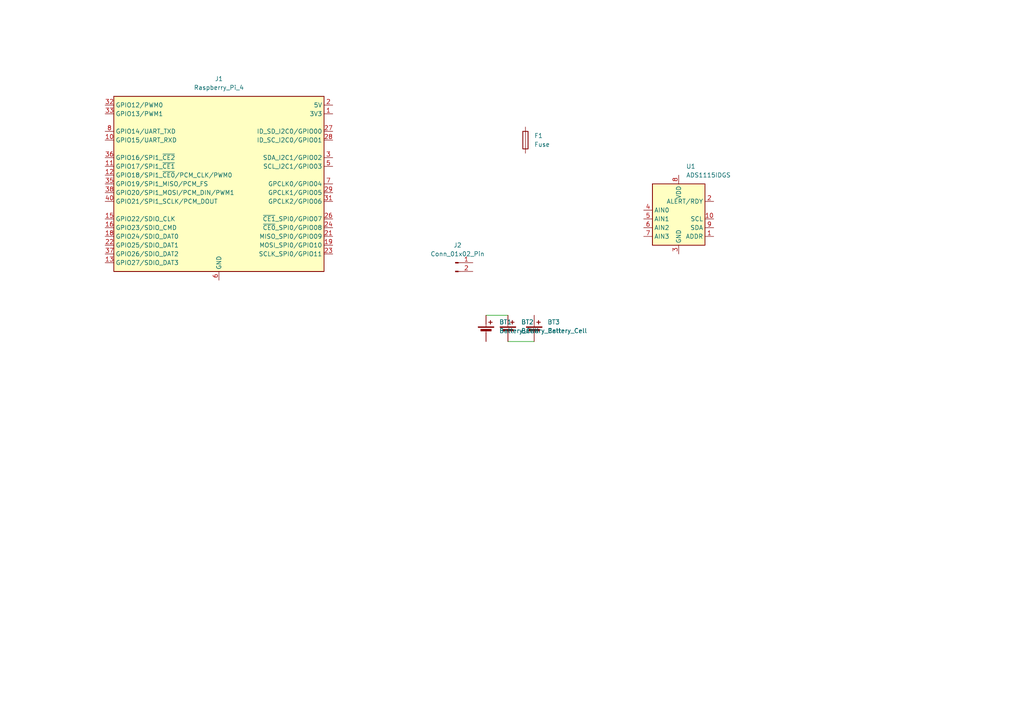
<source format=kicad_sch>
(kicad_sch (version 20250114) (generator "eeschema") (generator_version "9.0")
  (paper "A4")
  (lib_symbols
    (symbol "Analog_ADC:ADS1115IDGS"
      (property "Reference" "U" (at 2.54 13.97 0))
      (property "Value" "ADS1115IDGS" (at 7.62 11.43 0))
      (symbol "ADS1115IDGS_0_1"
        (rectangle (start -7.62 10.16) (end 7.62 -7.62) (stroke (width 0.254)) (fill (type background)))
      )
      (symbol "ADS1115IDGS_1_1"
        (pin input line (at -10.16 2.54 0) (length 2.54) (name "AIN0") (number "4"))
        (pin input line (at -10.16 0 0) (length 2.54) (name "AIN1") (number "5"))
        (pin input line (at -10.16 -2.54 0) (length 2.54) (name "AIN2") (number "6"))
        (pin input line (at -10.16 -5.08 0) (length 2.54) (name "AIN3") (number "7"))
        (pin power_in line (at 0 12.7 270) (length 2.54) (name "VDD") (number "8"))
        (pin power_in line (at 0 -10.16 90) (length 2.54) (name "GND") (number "3"))
        (pin output line (at 10.16 5.08 180) (length 2.54) (name "ALERT/RDY") (number "2"))
        (pin input line (at 10.16 0 180) (length 2.54) (name "SCL") (number "10"))
        (pin bidirectional line (at 10.16 -2.54 180) (length 2.54) (name "SDA") (number "9"))
        (pin input line (at 10.16 -5.08 180) (length 2.54) (name "ADDR") (number "1"))
      )
    )
    (symbol "Connector:Conn_01x02_Pin" (pin_names (offset 1.016) (hide yes))
      (property "Reference" "J" (at 0 2.54 0))
      (property "Value" "Conn_01x02_Pin" (at 0 -5.08 0))
      (symbol "Conn_01x02_Pin_1_1"
        (rectangle (start 0.8636 0.127) (end 0 -0.127) (stroke (width 0.1524)) (fill (type outline)))
        (rectangle (start 0.8636 -2.413) (end 0 -2.667) (stroke (width 0.1524)) (fill (type outline)))
        (polyline (pts (xy 1.27 0) (xy 0.8636 0)) (stroke (width 0.1524)))
        (polyline (pts (xy 1.27 -2.54) (xy 0.8636 -2.54)) (stroke (width 0.1524)))
        (pin passive line (at 5.08 0 180) (length 3.81) (name "Pin_1") (number "1"))
        (pin passive line (at 5.08 -2.54 180) (length 3.81) (name "Pin_2") (number "2"))
      )
    )
    (symbol "Connector:Raspberry_Pi_4"
      (property "Reference" "J" (at -17.526 48.768 0))
      (property "Value" "Raspberry_Pi_4" (at 15.748 -26.416 0))
      (symbol "Raspberry_Pi_4_0_1"
        (rectangle (start -30.48 25.4) (end 30.48 -25.4) (stroke (width 0.254)) (fill (type background)))
      )
      (symbol "Raspberry_Pi_4_1_1"
        (pin bidirectional line (at -33.02 22.86 0) (length 2.54) (name "GPIO12/PWM0") (number "32"))
        (pin bidirectional line (at -33.02 20.32 0) (length 2.54) (name "GPIO13/PWM1") (number "33"))
        (pin bidirectional line (at -33.02 15.24 0) (length 2.54) (name "GPIO14/UART_TXD") (number "8"))
        (pin bidirectional line (at -33.02 12.7 0) (length 2.54) (name "GPIO15/UART_RXD") (number "10"))
        (pin bidirectional line (at -33.02 7.62 0) (length 2.54) (name "GPIO16/SPI1_~{CE2}") (number "36"))
        (pin bidirectional line (at -33.02 5.08 0) (length 2.54) (name "GPIO17/SPI1_~{CE1}") (number "11"))
        (pin bidirectional line (at -33.02 2.54 0) (length 2.54) (name "GPIO18/SPI1_~{CE0}/PCM_CLK/PWM0") (number "12"))
        (pin bidirectional line (at -33.02 0 0) (length 2.54) (name "GPIO19/SPI1_MISO/PCM_FS") (number "35"))
        (pin bidirectional line (at -33.02 -2.54 0) (length 2.54) (name "GPIO20/SPI1_MOSI/PCM_DIN/PWM1") (number "38"))
        (pin bidirectional line (at -33.02 -5.08 0) (length 2.54) (name "GPIO21/SPI1_SCLK/PCM_DOUT") (number "40"))
        (pin bidirectional line (at -33.02 -10.16 0) (length 2.54) (name "GPIO22/SDIO_CLK") (number "15"))
        (pin bidirectional line (at -33.02 -12.7 0) (length 2.54) (name "GPIO23/SDIO_CMD") (number "16"))
        (pin bidirectional line (at -33.02 -15.24 0) (length 2.54) (name "GPIO24/SDIO_DAT0") (number "18"))
        (pin bidirectional line (at -33.02 -17.78 0) (length 2.54) (name "GPIO25/SDIO_DAT1") (number "22"))
        (pin bidirectional line (at -33.02 -20.32 0) (length 2.54) (name "GPIO26/SDIO_DAT2") (number "37"))
        (pin bidirectional line (at -33.02 -22.86 0) (length 2.54) (name "GPIO27/SDIO_DAT3") (number "13"))
        (pin passive line (at 0 -27.94 90) (length 2.54) (hide yes) (name "GND") (number "14"))
        (pin passive line (at 0 -27.94 90) (length 2.54) (hide yes) (name "GND") (number "20"))
        (pin passive line (at 0 -27.94 90) (length 2.54) (hide yes) (name "GND") (number "25"))
        (pin passive line (at 0 -27.94 90) (length 2.54) (hide yes) (name "GND") (number "30"))
        (pin passive line (at 0 -27.94 90) (length 2.54) (hide yes) (name "GND") (number "34"))
        (pin passive line (at 0 -27.94 90) (length 2.54) (hide yes) (name "GND") (number "39"))
        (pin power_out line (at 0 -27.94 90) (length 2.54) (name "GND") (number "6"))
        (pin passive line (at 0 -27.94 90) (length 2.54) (hide yes) (name "GND") (number "9"))
        (pin power_out line (at 33.02 22.86 180) (length 2.54) (name "5V") (number "2"))
        (pin passive line (at 33.02 22.86 180) (length 2.54) (hide yes) (name "5V") (number "4"))
        (pin power_out line (at 33.02 20.32 180) (length 2.54) (name "3V3") (number "1"))
        (pin passive line (at 33.02 20.32 180) (length 2.54) (hide yes) (name "3V3") (number "17"))
        (pin bidirectional line (at 33.02 15.24 180) (length 2.54) (name "ID_SD_I2C0/GPIO00") (number "27"))
        (pin bidirectional line (at 33.02 12.7 180) (length 2.54) (name "ID_SC_I2C0/GPIO01") (number "28"))
        (pin bidirectional line (at 33.02 7.62 180) (length 2.54) (name "SDA_I2C1/GPIO02") (number "3"))
        (pin bidirectional line (at 33.02 5.08 180) (length 2.54) (name "SCL_I2C1/GPIO03") (number "5"))
        (pin bidirectional line (at 33.02 0 180) (length 2.54) (name "GPCLK0/GPIO04") (number "7"))
        (pin bidirectional line (at 33.02 -2.54 180) (length 2.54) (name "GPCLK1/GPIO05") (number "29"))
        (pin bidirectional line (at 33.02 -5.08 180) (length 2.54) (name "GPCLK2/GPIO06") (number "31"))
        (pin bidirectional line (at 33.02 -10.16 180) (length 2.54) (name "~{CE1}_SPI0/GPIO07") (number "26"))
        (pin bidirectional line (at 33.02 -12.7 180) (length 2.54) (name "~{CE0}_SPI0/GPIO08") (number "24"))
        (pin bidirectional line (at 33.02 -15.24 180) (length 2.54) (name "MISO_SPI0/GPIO09") (number "21"))
        (pin bidirectional line (at 33.02 -17.78 180) (length 2.54) (name "MOSI_SPI0/GPIO10") (number "19"))
        (pin bidirectional line (at 33.02 -20.32 180) (length 2.54) (name "SCLK_SPI0/GPIO11") (number "23"))
      )
    )
    (symbol "Device:Battery_Cell" (pin_numbers (hide yes)) (pin_names (offset 0) (hide yes))
      (property "Reference" "BT" (at 2.54 2.54 0))
      (property "Value" "Battery_Cell" (at 2.54 0 0))
      (symbol "Battery_Cell_0_1"
        (rectangle (start -2.286 1.778) (end 2.286 1.524) (fill (type outline)))
        (rectangle (start -1.524 1.016) (end 1.524 0.508) (fill (type outline)))
        (polyline (pts (xy 0 1.778) (xy 0 2.54)))
        (polyline (pts (xy 0 0.762) (xy 0 0)))
        (polyline (pts (xy 0.762 3.048) (xy 1.778 3.048)) (stroke (width 0.254)))
        (polyline (pts (xy 1.27 3.556) (xy 1.27 2.54)) (stroke (width 0.254)))
      )
      (symbol "Battery_Cell_1_1"
        (pin passive line (at 0 5.08 270) (length 2.54) (name "+") (number "1"))
        (pin passive line (at 0 -2.54 90) (length 2.54) (name "-") (number "2"))
      )
    )
    (symbol "Device:Fuse" (pin_numbers (hide yes)) (pin_names (offset 0))
      (property "Reference" "F" (at 2.032 0 90))
      (property "Value" "Fuse" (at -1.905 0 90))
      (symbol "Fuse_0_1"
        (rectangle (start -0.762 -2.54) (end 0.762 2.54) (stroke (width 0.254)))
        (polyline (pts (xy 0 2.54) (xy 0 -2.54)))
      )
      (symbol "Fuse_1_1"
        (pin passive line (at 0 3.81 270) (length 1.27) (name "~") (number "1"))
        (pin passive line (at 0 -3.81 90) (length 1.27) (name "~") (number "2"))
      )
    )
  )
  (wire (pts (xy 140.97 91.44) (xy 147.32 91.44)))
  (wire (pts (xy 147.32 99.06) (xy 154.94 99.06)))
  (symbol (lib_id "Device:Battery_Cell") (at 140.97 96.52 0) (unit 1)
    (property "Reference" "BT1" (at 144.78 93.4084 0) (effects (justify left)))
    (property "Value" "Battery_Cell" (at 144.78 95.9484 0) (effects (justify left)))
    (property "Description" "Single-cell battery" (effects (hide yes)))
  )
  (symbol (lib_id "Device:Fuse") (at 152.4 40.64 0) (unit 1)
    (property "Reference" "F1" (at 154.94 39.3699 0) (effects (justify left)))
    (property "Value" "Fuse" (at 154.94 41.9099 0) (effects (justify left)))
    (property "Description" "Fuse" (effects (hide yes)))
  )
  (symbol (lib_id "Connector:Conn_01x02_Pin") (at 132.08 76.2 0) (unit 1)
    (property "Reference" "J2" (at 132.715 71.12 0))
    (property "Value" "Conn_01x02_Pin" (at 132.715 73.66 0))
    (property "Description" "Generic connector, single row, 01x02, script generated" (effects (hide yes)))
  )
  (symbol (lib_id "Analog_ADC:ADS1115IDGS") (at 196.85 63.5 0) (unit 1)
    (property "Reference" "U1" (at 198.9933 48.26 0) (effects (justify left)))
    (property "Value" "ADS1115IDGS" (at 198.9933 50.8 0) (effects (justify left)))
    (property "Footprint" "Package_SO:TSSOP-10_3x3mm_P0.5mm" (effects (hide yes)))
    (property "Datasheet" "http://www.ti.com/lit/ds/symlink/ads1113.pdf" (effects (hide yes)))
    (property "Description" "Ultra-Small, Low-Power, I2C-Compatible, 860-SPS, 16-Bit ADCs With Internal Reference, Oscillator, and Programmable Comparator, VSSOP-10" (effects (hide yes)))
  )
  (symbol (lib_id "Device:Battery_Cell") (at 147.32 96.52 0) (unit 1)
    (property "Reference" "BT2" (at 151.13 93.4084 0) (effects (justify left)))
    (property "Value" "Battery_Cell" (at 151.13 95.9484 0) (effects (justify left)))
    (property "Description" "Single-cell battery" (effects (hide yes)))
  )
  (symbol (lib_id "Connector:Raspberry_Pi_4") (at 63.5 53.34 0) (unit 1)
    (property "Reference" "J1" (at 63.5 22.86 0))
    (property "Value" "Raspberry_Pi_4" (at 63.5 25.4 0))
    (property "Datasheet" "https://datasheets.raspberrypi.com/rpi4/raspberry-pi-4-datasheet.pdf" (effects (hide yes)))
    (property "Description" "Raspberry Pi 4 Model B" (effects (hide yes)))
  )
  (symbol (lib_id "Device:Battery_Cell") (at 154.94 96.52 0) (unit 1)
    (property "Reference" "BT3" (at 158.75 93.4084 0) (effects (justify left)))
    (property "Value" "Battery_Cell" (at 158.75 95.9484 0) (effects (justify left)))
    (property "Description" "Single-cell battery" (effects (hide yes)))
  )
)
</source>
